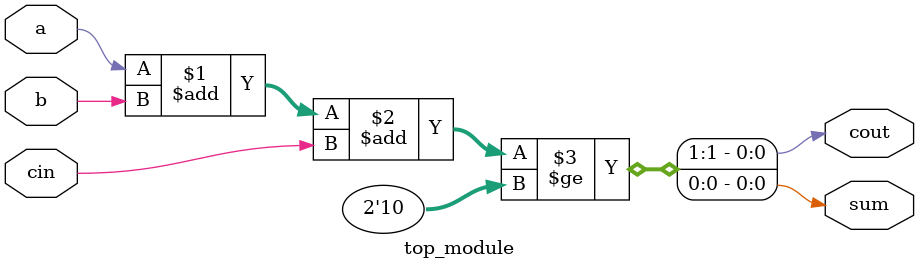
<source format=sv>
module top_module (
  input a,
  input b,
  input cin,
  output cout,
  output sum
);

  assign {cout, sum} = (a + b + cin) >= 2'b10;

endmodule

</source>
